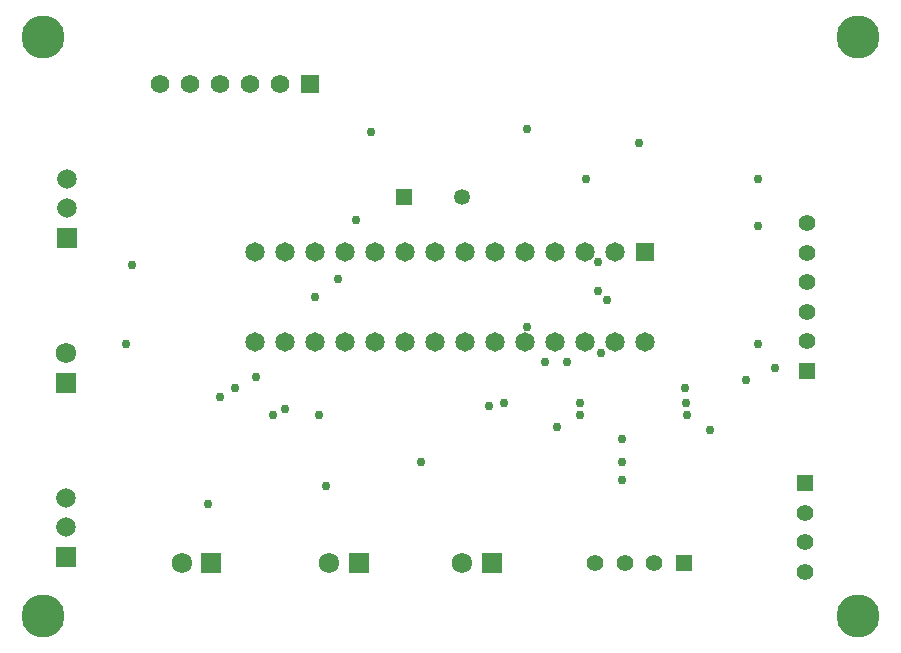
<source format=gbs>
G04*
G04 #@! TF.GenerationSoftware,Altium Limited,Altium Designer,23.4.1 (23)*
G04*
G04 Layer_Color=16711935*
%FSLAX44Y44*%
%MOMM*%
G71*
G04*
G04 #@! TF.SameCoordinates,2805C024-4D9A-4381-85FD-023388383D32*
G04*
G04*
G04 #@! TF.FilePolarity,Negative*
G04*
G01*
G75*
%ADD29C,3.6500*%
%ADD30R,1.6580X1.6580*%
%ADD31C,1.6580*%
%ADD32R,1.7250X1.7250*%
%ADD33C,1.7250*%
%ADD34R,1.7250X1.7250*%
%ADD35R,1.5700X1.5700*%
%ADD36C,1.5700*%
%ADD37R,1.6500X1.6500*%
%ADD38C,1.6500*%
%ADD39C,1.3500*%
%ADD40R,1.3500X1.3500*%
%ADD41R,1.4000X1.4000*%
%ADD42C,1.4000*%
%ADD43R,1.4000X1.4000*%
%ADD44C,0.7500*%
D29*
X715000Y515000D02*
D03*
Y25000D02*
D03*
X25000D02*
D03*
Y515000D02*
D03*
D30*
X45000Y345000D02*
D03*
X44750Y75000D02*
D03*
D31*
X45000Y370000D02*
D03*
Y395000D02*
D03*
X44750Y100000D02*
D03*
Y125000D02*
D03*
D32*
Y222500D02*
D03*
D33*
Y247500D02*
D03*
X142500Y69750D02*
D03*
X267500D02*
D03*
X380000Y70000D02*
D03*
D34*
X167500Y69750D02*
D03*
X292500D02*
D03*
X405000Y70000D02*
D03*
D35*
X251200Y475000D02*
D03*
D36*
X225800D02*
D03*
X200400D02*
D03*
X175000D02*
D03*
X149600D02*
D03*
X124200D02*
D03*
D37*
X535100Y333100D02*
D03*
D38*
X509700D02*
D03*
X484300D02*
D03*
X458900D02*
D03*
X433500D02*
D03*
X408100D02*
D03*
X382700D02*
D03*
X357300D02*
D03*
X331900D02*
D03*
X306500D02*
D03*
X281100D02*
D03*
X255700D02*
D03*
X230300D02*
D03*
X204900D02*
D03*
X535100Y256900D02*
D03*
X509700D02*
D03*
X484300D02*
D03*
X458900D02*
D03*
X433500D02*
D03*
X408100D02*
D03*
X382700D02*
D03*
X357300D02*
D03*
X331900D02*
D03*
X306500D02*
D03*
X281100D02*
D03*
X255700D02*
D03*
X230300D02*
D03*
X204900D02*
D03*
D39*
X379400Y380000D02*
D03*
D40*
X330600D02*
D03*
D41*
X670250Y137500D02*
D03*
X672000Y232500D02*
D03*
D42*
X670250Y112500D02*
D03*
Y87500D02*
D03*
Y62500D02*
D03*
X542500Y69750D02*
D03*
X517500D02*
D03*
X492500D02*
D03*
X672000Y357500D02*
D03*
Y332500D02*
D03*
Y307500D02*
D03*
Y282500D02*
D03*
Y257500D02*
D03*
D43*
X567500Y69750D02*
D03*
D44*
X590000Y182500D02*
D03*
X460000Y185000D02*
D03*
X402500Y202500D02*
D03*
X570000Y195000D02*
D03*
X95000Y255000D02*
D03*
X100000Y322500D02*
D03*
X435000Y437500D02*
D03*
X302500Y435000D02*
D03*
X290000Y360000D02*
D03*
X415000Y205000D02*
D03*
X205000Y227500D02*
D03*
X502500Y292500D02*
D03*
X497500Y247500D02*
D03*
X495000Y300000D02*
D03*
X620000Y225000D02*
D03*
X630000Y395000D02*
D03*
Y355000D02*
D03*
X530000Y425000D02*
D03*
X485000Y395000D02*
D03*
X495000Y325000D02*
D03*
X258980Y195000D02*
D03*
X265000Y135000D02*
D03*
X435000Y270000D02*
D03*
X450000Y240000D02*
D03*
X515000Y140000D02*
D03*
X255000Y295000D02*
D03*
X515000Y155000D02*
D03*
X345000D02*
D03*
X165000Y120000D02*
D03*
X220000Y195000D02*
D03*
X569520Y205480D02*
D03*
X568180Y218180D02*
D03*
X230000Y200000D02*
D03*
X515000Y175000D02*
D03*
X275000Y310000D02*
D03*
X480000Y195000D02*
D03*
Y205000D02*
D03*
X468980Y240000D02*
D03*
X187235Y217765D02*
D03*
X175000Y210000D02*
D03*
X630000Y255000D02*
D03*
X645000Y235000D02*
D03*
M02*

</source>
